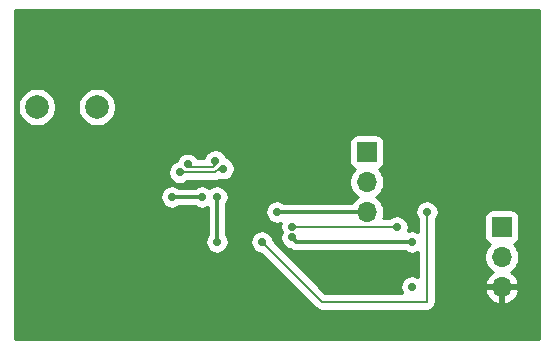
<source format=gbl>
G04 #@! TF.GenerationSoftware,KiCad,Pcbnew,(5.1.10)-1*
G04 #@! TF.CreationDate,2021-12-17T22:33:09-07:00*
G04 #@! TF.ProjectId,ultimate-uart-bridge,756c7469-6d61-4746-952d-756172742d62,rev?*
G04 #@! TF.SameCoordinates,Original*
G04 #@! TF.FileFunction,Copper,L2,Bot*
G04 #@! TF.FilePolarity,Positive*
%FSLAX46Y46*%
G04 Gerber Fmt 4.6, Leading zero omitted, Abs format (unit mm)*
G04 Created by KiCad (PCBNEW (5.1.10)-1) date 2021-12-17 22:33:09*
%MOMM*%
%LPD*%
G01*
G04 APERTURE LIST*
G04 #@! TA.AperFunction,ComponentPad*
%ADD10C,2.000000*%
G04 #@! TD*
G04 #@! TA.AperFunction,ComponentPad*
%ADD11O,1.700000X1.700000*%
G04 #@! TD*
G04 #@! TA.AperFunction,ComponentPad*
%ADD12R,1.700000X1.700000*%
G04 #@! TD*
G04 #@! TA.AperFunction,ViaPad*
%ADD13C,0.700000*%
G04 #@! TD*
G04 #@! TA.AperFunction,Conductor*
%ADD14C,0.300000*%
G04 #@! TD*
G04 #@! TA.AperFunction,Conductor*
%ADD15C,0.200000*%
G04 #@! TD*
G04 #@! TA.AperFunction,Conductor*
%ADD16C,0.254000*%
G04 #@! TD*
G04 #@! TA.AperFunction,Conductor*
%ADD17C,0.100000*%
G04 #@! TD*
G04 APERTURE END LIST*
D10*
X109220000Y-82550000D03*
X104140000Y-82550000D03*
D11*
X143510000Y-97790000D03*
X143510000Y-95250000D03*
D12*
X143510000Y-92710000D03*
D11*
X132080000Y-91440000D03*
X132080000Y-88900000D03*
D12*
X132080000Y-86360000D03*
D13*
X128270000Y-90170000D03*
X104140000Y-76200000D03*
X109220000Y-76200000D03*
X121920000Y-76200000D03*
X127000000Y-76200000D03*
X114300000Y-76200000D03*
X146050000Y-76200000D03*
X143510000Y-76200000D03*
X130810000Y-76200000D03*
X125730000Y-87630000D03*
X128270000Y-87630000D03*
X132080000Y-82550000D03*
X124460000Y-81280000D03*
X119380000Y-78740000D03*
X118110000Y-81280000D03*
X116840000Y-82550000D03*
X120650000Y-81280000D03*
X109220000Y-80010000D03*
X106680000Y-82550000D03*
X110490000Y-85090000D03*
X118110000Y-92710000D03*
X124460000Y-87630000D03*
X135890000Y-95250000D03*
X138662500Y-96287500D03*
X142240000Y-88900000D03*
X144780000Y-85090000D03*
X142240000Y-81280000D03*
X135890000Y-76200000D03*
X129540000Y-87630000D03*
X129540000Y-100330000D03*
X123190000Y-100330000D03*
X109220000Y-100330000D03*
X119380000Y-90170000D03*
X119380000Y-93980000D03*
X124460000Y-91440000D03*
X135890000Y-97790000D03*
X137160000Y-91440000D03*
X123190000Y-93980000D03*
X134620000Y-92710000D03*
X125730000Y-92697497D03*
X125730000Y-93597500D03*
X135890000Y-93980000D03*
X135890000Y-93980000D03*
X115570000Y-90170000D03*
X118110000Y-90170000D03*
X116909716Y-87419666D03*
X119239975Y-87098273D03*
X116237964Y-88091418D03*
X119911727Y-87770025D03*
D14*
X119380000Y-90170000D02*
X119380000Y-93980000D01*
X124460000Y-91440000D02*
X132080000Y-91440000D01*
D15*
X137160000Y-91440000D02*
X137160000Y-99060000D01*
X137160000Y-99060000D02*
X128270000Y-99060000D01*
X128270000Y-99060000D02*
X123190000Y-93980000D01*
X125742503Y-92710000D02*
X125730000Y-92697497D01*
X134620000Y-92710000D02*
X125742503Y-92710000D01*
D14*
X125730000Y-93597500D02*
X126112500Y-93980000D01*
X134620000Y-93980000D02*
X135890000Y-93980000D01*
X126112500Y-93980000D02*
X134620000Y-93980000D01*
X115570000Y-90170000D02*
X118110000Y-90170000D01*
D15*
X119050383Y-87641418D02*
X119239975Y-87451826D01*
X117131468Y-87641418D02*
X119050383Y-87641418D01*
X119239975Y-87451826D02*
X119239975Y-87098273D01*
X116909716Y-87419666D02*
X117131468Y-87641418D01*
X119236781Y-88091418D02*
X119558174Y-87770025D01*
X119558174Y-87770025D02*
X119911727Y-87770025D01*
X116237964Y-88091418D02*
X119236781Y-88091418D01*
D16*
X146660000Y-102210000D02*
X102260000Y-102210000D01*
X102260000Y-90072986D01*
X114585000Y-90072986D01*
X114585000Y-90267014D01*
X114622853Y-90457314D01*
X114697104Y-90636572D01*
X114804901Y-90797901D01*
X114942099Y-90935099D01*
X115103428Y-91042896D01*
X115282686Y-91117147D01*
X115472986Y-91155000D01*
X115667014Y-91155000D01*
X115857314Y-91117147D01*
X116036572Y-91042896D01*
X116168117Y-90955000D01*
X117511883Y-90955000D01*
X117643428Y-91042896D01*
X117822686Y-91117147D01*
X118012986Y-91155000D01*
X118207014Y-91155000D01*
X118397314Y-91117147D01*
X118576572Y-91042896D01*
X118595000Y-91030583D01*
X118595001Y-93381882D01*
X118507104Y-93513428D01*
X118432853Y-93692686D01*
X118395000Y-93882986D01*
X118395000Y-94077014D01*
X118432853Y-94267314D01*
X118507104Y-94446572D01*
X118614901Y-94607901D01*
X118752099Y-94745099D01*
X118913428Y-94852896D01*
X119092686Y-94927147D01*
X119282986Y-94965000D01*
X119477014Y-94965000D01*
X119667314Y-94927147D01*
X119846572Y-94852896D01*
X120007901Y-94745099D01*
X120145099Y-94607901D01*
X120252896Y-94446572D01*
X120327147Y-94267314D01*
X120365000Y-94077014D01*
X120365000Y-93882986D01*
X122205000Y-93882986D01*
X122205000Y-94077014D01*
X122242853Y-94267314D01*
X122317104Y-94446572D01*
X122424901Y-94607901D01*
X122562099Y-94745099D01*
X122723428Y-94852896D01*
X122902686Y-94927147D01*
X123092986Y-94965000D01*
X123135554Y-94965000D01*
X127724746Y-99554193D01*
X127747762Y-99582238D01*
X127859680Y-99674087D01*
X127987367Y-99742337D01*
X128125915Y-99784365D01*
X128270000Y-99798556D01*
X128306105Y-99795000D01*
X137123895Y-99795000D01*
X137160000Y-99798556D01*
X137196105Y-99795000D01*
X137304085Y-99784365D01*
X137442633Y-99742337D01*
X137570320Y-99674087D01*
X137682238Y-99582238D01*
X137774087Y-99470320D01*
X137842337Y-99342633D01*
X137884365Y-99204085D01*
X137898556Y-99060000D01*
X137895000Y-99023895D01*
X137895000Y-98146890D01*
X142068524Y-98146890D01*
X142113175Y-98294099D01*
X142238359Y-98556920D01*
X142412412Y-98790269D01*
X142628645Y-98985178D01*
X142878748Y-99134157D01*
X143153109Y-99231481D01*
X143383000Y-99110814D01*
X143383000Y-97917000D01*
X143637000Y-97917000D01*
X143637000Y-99110814D01*
X143866891Y-99231481D01*
X144141252Y-99134157D01*
X144391355Y-98985178D01*
X144607588Y-98790269D01*
X144781641Y-98556920D01*
X144906825Y-98294099D01*
X144951476Y-98146890D01*
X144830155Y-97917000D01*
X143637000Y-97917000D01*
X143383000Y-97917000D01*
X142189845Y-97917000D01*
X142068524Y-98146890D01*
X137895000Y-98146890D01*
X137895000Y-92098000D01*
X137925099Y-92067901D01*
X138032896Y-91906572D01*
X138052186Y-91860000D01*
X142021928Y-91860000D01*
X142021928Y-93560000D01*
X142034188Y-93684482D01*
X142070498Y-93804180D01*
X142129463Y-93914494D01*
X142208815Y-94011185D01*
X142305506Y-94090537D01*
X142415820Y-94149502D01*
X142488380Y-94171513D01*
X142356525Y-94303368D01*
X142194010Y-94546589D01*
X142082068Y-94816842D01*
X142025000Y-95103740D01*
X142025000Y-95396260D01*
X142082068Y-95683158D01*
X142194010Y-95953411D01*
X142356525Y-96196632D01*
X142563368Y-96403475D01*
X142745534Y-96525195D01*
X142628645Y-96594822D01*
X142412412Y-96789731D01*
X142238359Y-97023080D01*
X142113175Y-97285901D01*
X142068524Y-97433110D01*
X142189845Y-97663000D01*
X143383000Y-97663000D01*
X143383000Y-97643000D01*
X143637000Y-97643000D01*
X143637000Y-97663000D01*
X144830155Y-97663000D01*
X144951476Y-97433110D01*
X144906825Y-97285901D01*
X144781641Y-97023080D01*
X144607588Y-96789731D01*
X144391355Y-96594822D01*
X144274466Y-96525195D01*
X144456632Y-96403475D01*
X144663475Y-96196632D01*
X144825990Y-95953411D01*
X144937932Y-95683158D01*
X144995000Y-95396260D01*
X144995000Y-95103740D01*
X144937932Y-94816842D01*
X144825990Y-94546589D01*
X144663475Y-94303368D01*
X144531620Y-94171513D01*
X144604180Y-94149502D01*
X144714494Y-94090537D01*
X144811185Y-94011185D01*
X144890537Y-93914494D01*
X144949502Y-93804180D01*
X144985812Y-93684482D01*
X144998072Y-93560000D01*
X144998072Y-91860000D01*
X144985812Y-91735518D01*
X144949502Y-91615820D01*
X144890537Y-91505506D01*
X144811185Y-91408815D01*
X144714494Y-91329463D01*
X144604180Y-91270498D01*
X144484482Y-91234188D01*
X144360000Y-91221928D01*
X142660000Y-91221928D01*
X142535518Y-91234188D01*
X142415820Y-91270498D01*
X142305506Y-91329463D01*
X142208815Y-91408815D01*
X142129463Y-91505506D01*
X142070498Y-91615820D01*
X142034188Y-91735518D01*
X142021928Y-91860000D01*
X138052186Y-91860000D01*
X138107147Y-91727314D01*
X138145000Y-91537014D01*
X138145000Y-91342986D01*
X138107147Y-91152686D01*
X138032896Y-90973428D01*
X137925099Y-90812099D01*
X137787901Y-90674901D01*
X137626572Y-90567104D01*
X137447314Y-90492853D01*
X137257014Y-90455000D01*
X137062986Y-90455000D01*
X136872686Y-90492853D01*
X136693428Y-90567104D01*
X136532099Y-90674901D01*
X136394901Y-90812099D01*
X136287104Y-90973428D01*
X136212853Y-91152686D01*
X136175000Y-91342986D01*
X136175000Y-91537014D01*
X136212853Y-91727314D01*
X136287104Y-91906572D01*
X136394901Y-92067901D01*
X136425000Y-92098000D01*
X136425000Y-93152826D01*
X136356572Y-93107104D01*
X136177314Y-93032853D01*
X135987014Y-92995000D01*
X135792986Y-92995000D01*
X135602686Y-93032853D01*
X135542017Y-93057983D01*
X135567147Y-92997314D01*
X135605000Y-92807014D01*
X135605000Y-92612986D01*
X135567147Y-92422686D01*
X135492896Y-92243428D01*
X135385099Y-92082099D01*
X135247901Y-91944901D01*
X135086572Y-91837104D01*
X134907314Y-91762853D01*
X134717014Y-91725000D01*
X134522986Y-91725000D01*
X134332686Y-91762853D01*
X134153428Y-91837104D01*
X133992099Y-91944901D01*
X133962000Y-91975000D01*
X133465748Y-91975000D01*
X133507932Y-91873158D01*
X133565000Y-91586260D01*
X133565000Y-91293740D01*
X133507932Y-91006842D01*
X133395990Y-90736589D01*
X133233475Y-90493368D01*
X133026632Y-90286525D01*
X132852240Y-90170000D01*
X133026632Y-90053475D01*
X133233475Y-89846632D01*
X133395990Y-89603411D01*
X133507932Y-89333158D01*
X133565000Y-89046260D01*
X133565000Y-88753740D01*
X133507932Y-88466842D01*
X133395990Y-88196589D01*
X133233475Y-87953368D01*
X133101620Y-87821513D01*
X133174180Y-87799502D01*
X133284494Y-87740537D01*
X133381185Y-87661185D01*
X133460537Y-87564494D01*
X133519502Y-87454180D01*
X133555812Y-87334482D01*
X133568072Y-87210000D01*
X133568072Y-85510000D01*
X133555812Y-85385518D01*
X133519502Y-85265820D01*
X133460537Y-85155506D01*
X133381185Y-85058815D01*
X133284494Y-84979463D01*
X133174180Y-84920498D01*
X133054482Y-84884188D01*
X132930000Y-84871928D01*
X131230000Y-84871928D01*
X131105518Y-84884188D01*
X130985820Y-84920498D01*
X130875506Y-84979463D01*
X130778815Y-85058815D01*
X130699463Y-85155506D01*
X130640498Y-85265820D01*
X130604188Y-85385518D01*
X130591928Y-85510000D01*
X130591928Y-87210000D01*
X130604188Y-87334482D01*
X130640498Y-87454180D01*
X130699463Y-87564494D01*
X130778815Y-87661185D01*
X130875506Y-87740537D01*
X130985820Y-87799502D01*
X131058380Y-87821513D01*
X130926525Y-87953368D01*
X130764010Y-88196589D01*
X130652068Y-88466842D01*
X130595000Y-88753740D01*
X130595000Y-89046260D01*
X130652068Y-89333158D01*
X130764010Y-89603411D01*
X130926525Y-89846632D01*
X131133368Y-90053475D01*
X131307760Y-90170000D01*
X131133368Y-90286525D01*
X130926525Y-90493368D01*
X130818526Y-90655000D01*
X125058117Y-90655000D01*
X124926572Y-90567104D01*
X124747314Y-90492853D01*
X124557014Y-90455000D01*
X124362986Y-90455000D01*
X124172686Y-90492853D01*
X123993428Y-90567104D01*
X123832099Y-90674901D01*
X123694901Y-90812099D01*
X123587104Y-90973428D01*
X123512853Y-91152686D01*
X123475000Y-91342986D01*
X123475000Y-91537014D01*
X123512853Y-91727314D01*
X123587104Y-91906572D01*
X123694901Y-92067901D01*
X123832099Y-92205099D01*
X123993428Y-92312896D01*
X124172686Y-92387147D01*
X124362986Y-92425000D01*
X124557014Y-92425000D01*
X124747314Y-92387147D01*
X124801731Y-92364607D01*
X124782853Y-92410183D01*
X124745000Y-92600483D01*
X124745000Y-92794511D01*
X124782853Y-92984811D01*
X124850240Y-93147499D01*
X124782853Y-93310186D01*
X124745000Y-93500486D01*
X124745000Y-93694514D01*
X124782853Y-93884814D01*
X124857104Y-94064072D01*
X124964901Y-94225401D01*
X125102099Y-94362599D01*
X125263428Y-94470396D01*
X125442686Y-94544647D01*
X125601652Y-94576267D01*
X125674267Y-94635862D01*
X125810640Y-94708754D01*
X125958613Y-94753642D01*
X126033526Y-94761020D01*
X126073939Y-94765000D01*
X126073944Y-94765000D01*
X126112500Y-94768797D01*
X126151056Y-94765000D01*
X135291883Y-94765000D01*
X135423428Y-94852896D01*
X135602686Y-94927147D01*
X135792986Y-94965000D01*
X135987014Y-94965000D01*
X136177314Y-94927147D01*
X136356572Y-94852896D01*
X136425000Y-94807173D01*
X136425001Y-96962827D01*
X136356572Y-96917104D01*
X136177314Y-96842853D01*
X135987014Y-96805000D01*
X135792986Y-96805000D01*
X135602686Y-96842853D01*
X135423428Y-96917104D01*
X135262099Y-97024901D01*
X135124901Y-97162099D01*
X135017104Y-97323428D01*
X134942853Y-97502686D01*
X134905000Y-97692986D01*
X134905000Y-97887014D01*
X134942853Y-98077314D01*
X135017104Y-98256572D01*
X135062826Y-98325000D01*
X128574447Y-98325000D01*
X124175000Y-93925554D01*
X124175000Y-93882986D01*
X124137147Y-93692686D01*
X124062896Y-93513428D01*
X123955099Y-93352099D01*
X123817901Y-93214901D01*
X123656572Y-93107104D01*
X123477314Y-93032853D01*
X123287014Y-92995000D01*
X123092986Y-92995000D01*
X122902686Y-93032853D01*
X122723428Y-93107104D01*
X122562099Y-93214901D01*
X122424901Y-93352099D01*
X122317104Y-93513428D01*
X122242853Y-93692686D01*
X122205000Y-93882986D01*
X120365000Y-93882986D01*
X120327147Y-93692686D01*
X120252896Y-93513428D01*
X120165000Y-93381883D01*
X120165000Y-90768117D01*
X120252896Y-90636572D01*
X120327147Y-90457314D01*
X120365000Y-90267014D01*
X120365000Y-90072986D01*
X120327147Y-89882686D01*
X120252896Y-89703428D01*
X120145099Y-89542099D01*
X120007901Y-89404901D01*
X119846572Y-89297104D01*
X119667314Y-89222853D01*
X119477014Y-89185000D01*
X119282986Y-89185000D01*
X119092686Y-89222853D01*
X118913428Y-89297104D01*
X118752099Y-89404901D01*
X118745000Y-89412000D01*
X118737901Y-89404901D01*
X118576572Y-89297104D01*
X118397314Y-89222853D01*
X118207014Y-89185000D01*
X118012986Y-89185000D01*
X117822686Y-89222853D01*
X117643428Y-89297104D01*
X117511883Y-89385000D01*
X116168117Y-89385000D01*
X116036572Y-89297104D01*
X115857314Y-89222853D01*
X115667014Y-89185000D01*
X115472986Y-89185000D01*
X115282686Y-89222853D01*
X115103428Y-89297104D01*
X114942099Y-89404901D01*
X114804901Y-89542099D01*
X114697104Y-89703428D01*
X114622853Y-89882686D01*
X114585000Y-90072986D01*
X102260000Y-90072986D01*
X102260000Y-87994404D01*
X115252964Y-87994404D01*
X115252964Y-88188432D01*
X115290817Y-88378732D01*
X115365068Y-88557990D01*
X115472865Y-88719319D01*
X115610063Y-88856517D01*
X115771392Y-88964314D01*
X115950650Y-89038565D01*
X116140950Y-89076418D01*
X116334978Y-89076418D01*
X116525278Y-89038565D01*
X116704536Y-88964314D01*
X116865865Y-88856517D01*
X116895964Y-88826418D01*
X119200676Y-88826418D01*
X119236781Y-88829974D01*
X119272886Y-88826418D01*
X119380866Y-88815783D01*
X119519414Y-88773755D01*
X119625040Y-88717297D01*
X119814713Y-88755025D01*
X120008741Y-88755025D01*
X120199041Y-88717172D01*
X120378299Y-88642921D01*
X120539628Y-88535124D01*
X120676826Y-88397926D01*
X120784623Y-88236597D01*
X120858874Y-88057339D01*
X120896727Y-87867039D01*
X120896727Y-87673011D01*
X120858874Y-87482711D01*
X120784623Y-87303453D01*
X120676826Y-87142124D01*
X120539628Y-87004926D01*
X120378299Y-86897129D01*
X120199041Y-86822878D01*
X120189099Y-86820901D01*
X120187122Y-86810959D01*
X120112871Y-86631701D01*
X120005074Y-86470372D01*
X119867876Y-86333174D01*
X119706547Y-86225377D01*
X119527289Y-86151126D01*
X119336989Y-86113273D01*
X119142961Y-86113273D01*
X118952661Y-86151126D01*
X118773403Y-86225377D01*
X118612074Y-86333174D01*
X118474876Y-86470372D01*
X118367079Y-86631701D01*
X118292828Y-86810959D01*
X118273840Y-86906418D01*
X117751424Y-86906418D01*
X117674815Y-86791765D01*
X117537617Y-86654567D01*
X117376288Y-86546770D01*
X117197030Y-86472519D01*
X117006730Y-86434666D01*
X116812702Y-86434666D01*
X116622402Y-86472519D01*
X116443144Y-86546770D01*
X116281815Y-86654567D01*
X116144617Y-86791765D01*
X116036820Y-86953094D01*
X115962569Y-87132352D01*
X115960592Y-87142294D01*
X115950650Y-87144271D01*
X115771392Y-87218522D01*
X115610063Y-87326319D01*
X115472865Y-87463517D01*
X115365068Y-87624846D01*
X115290817Y-87804104D01*
X115252964Y-87994404D01*
X102260000Y-87994404D01*
X102260000Y-82388967D01*
X102505000Y-82388967D01*
X102505000Y-82711033D01*
X102567832Y-83026912D01*
X102691082Y-83324463D01*
X102870013Y-83592252D01*
X103097748Y-83819987D01*
X103365537Y-83998918D01*
X103663088Y-84122168D01*
X103978967Y-84185000D01*
X104301033Y-84185000D01*
X104616912Y-84122168D01*
X104914463Y-83998918D01*
X105182252Y-83819987D01*
X105409987Y-83592252D01*
X105588918Y-83324463D01*
X105712168Y-83026912D01*
X105775000Y-82711033D01*
X105775000Y-82388967D01*
X107585000Y-82388967D01*
X107585000Y-82711033D01*
X107647832Y-83026912D01*
X107771082Y-83324463D01*
X107950013Y-83592252D01*
X108177748Y-83819987D01*
X108445537Y-83998918D01*
X108743088Y-84122168D01*
X109058967Y-84185000D01*
X109381033Y-84185000D01*
X109696912Y-84122168D01*
X109994463Y-83998918D01*
X110262252Y-83819987D01*
X110489987Y-83592252D01*
X110668918Y-83324463D01*
X110792168Y-83026912D01*
X110855000Y-82711033D01*
X110855000Y-82388967D01*
X110792168Y-82073088D01*
X110668918Y-81775537D01*
X110489987Y-81507748D01*
X110262252Y-81280013D01*
X109994463Y-81101082D01*
X109696912Y-80977832D01*
X109381033Y-80915000D01*
X109058967Y-80915000D01*
X108743088Y-80977832D01*
X108445537Y-81101082D01*
X108177748Y-81280013D01*
X107950013Y-81507748D01*
X107771082Y-81775537D01*
X107647832Y-82073088D01*
X107585000Y-82388967D01*
X105775000Y-82388967D01*
X105712168Y-82073088D01*
X105588918Y-81775537D01*
X105409987Y-81507748D01*
X105182252Y-81280013D01*
X104914463Y-81101082D01*
X104616912Y-80977832D01*
X104301033Y-80915000D01*
X103978967Y-80915000D01*
X103663088Y-80977832D01*
X103365537Y-81101082D01*
X103097748Y-81280013D01*
X102870013Y-81507748D01*
X102691082Y-81775537D01*
X102567832Y-82073088D01*
X102505000Y-82388967D01*
X102260000Y-82388967D01*
X102260000Y-74320000D01*
X146660001Y-74320000D01*
X146660000Y-102210000D01*
G04 #@! TA.AperFunction,Conductor*
D17*
G36*
X146660000Y-102210000D02*
G01*
X102260000Y-102210000D01*
X102260000Y-90072986D01*
X114585000Y-90072986D01*
X114585000Y-90267014D01*
X114622853Y-90457314D01*
X114697104Y-90636572D01*
X114804901Y-90797901D01*
X114942099Y-90935099D01*
X115103428Y-91042896D01*
X115282686Y-91117147D01*
X115472986Y-91155000D01*
X115667014Y-91155000D01*
X115857314Y-91117147D01*
X116036572Y-91042896D01*
X116168117Y-90955000D01*
X117511883Y-90955000D01*
X117643428Y-91042896D01*
X117822686Y-91117147D01*
X118012986Y-91155000D01*
X118207014Y-91155000D01*
X118397314Y-91117147D01*
X118576572Y-91042896D01*
X118595000Y-91030583D01*
X118595001Y-93381882D01*
X118507104Y-93513428D01*
X118432853Y-93692686D01*
X118395000Y-93882986D01*
X118395000Y-94077014D01*
X118432853Y-94267314D01*
X118507104Y-94446572D01*
X118614901Y-94607901D01*
X118752099Y-94745099D01*
X118913428Y-94852896D01*
X119092686Y-94927147D01*
X119282986Y-94965000D01*
X119477014Y-94965000D01*
X119667314Y-94927147D01*
X119846572Y-94852896D01*
X120007901Y-94745099D01*
X120145099Y-94607901D01*
X120252896Y-94446572D01*
X120327147Y-94267314D01*
X120365000Y-94077014D01*
X120365000Y-93882986D01*
X122205000Y-93882986D01*
X122205000Y-94077014D01*
X122242853Y-94267314D01*
X122317104Y-94446572D01*
X122424901Y-94607901D01*
X122562099Y-94745099D01*
X122723428Y-94852896D01*
X122902686Y-94927147D01*
X123092986Y-94965000D01*
X123135554Y-94965000D01*
X127724746Y-99554193D01*
X127747762Y-99582238D01*
X127859680Y-99674087D01*
X127987367Y-99742337D01*
X128125915Y-99784365D01*
X128270000Y-99798556D01*
X128306105Y-99795000D01*
X137123895Y-99795000D01*
X137160000Y-99798556D01*
X137196105Y-99795000D01*
X137304085Y-99784365D01*
X137442633Y-99742337D01*
X137570320Y-99674087D01*
X137682238Y-99582238D01*
X137774087Y-99470320D01*
X137842337Y-99342633D01*
X137884365Y-99204085D01*
X137898556Y-99060000D01*
X137895000Y-99023895D01*
X137895000Y-98146890D01*
X142068524Y-98146890D01*
X142113175Y-98294099D01*
X142238359Y-98556920D01*
X142412412Y-98790269D01*
X142628645Y-98985178D01*
X142878748Y-99134157D01*
X143153109Y-99231481D01*
X143383000Y-99110814D01*
X143383000Y-97917000D01*
X143637000Y-97917000D01*
X143637000Y-99110814D01*
X143866891Y-99231481D01*
X144141252Y-99134157D01*
X144391355Y-98985178D01*
X144607588Y-98790269D01*
X144781641Y-98556920D01*
X144906825Y-98294099D01*
X144951476Y-98146890D01*
X144830155Y-97917000D01*
X143637000Y-97917000D01*
X143383000Y-97917000D01*
X142189845Y-97917000D01*
X142068524Y-98146890D01*
X137895000Y-98146890D01*
X137895000Y-92098000D01*
X137925099Y-92067901D01*
X138032896Y-91906572D01*
X138052186Y-91860000D01*
X142021928Y-91860000D01*
X142021928Y-93560000D01*
X142034188Y-93684482D01*
X142070498Y-93804180D01*
X142129463Y-93914494D01*
X142208815Y-94011185D01*
X142305506Y-94090537D01*
X142415820Y-94149502D01*
X142488380Y-94171513D01*
X142356525Y-94303368D01*
X142194010Y-94546589D01*
X142082068Y-94816842D01*
X142025000Y-95103740D01*
X142025000Y-95396260D01*
X142082068Y-95683158D01*
X142194010Y-95953411D01*
X142356525Y-96196632D01*
X142563368Y-96403475D01*
X142745534Y-96525195D01*
X142628645Y-96594822D01*
X142412412Y-96789731D01*
X142238359Y-97023080D01*
X142113175Y-97285901D01*
X142068524Y-97433110D01*
X142189845Y-97663000D01*
X143383000Y-97663000D01*
X143383000Y-97643000D01*
X143637000Y-97643000D01*
X143637000Y-97663000D01*
X144830155Y-97663000D01*
X144951476Y-97433110D01*
X144906825Y-97285901D01*
X144781641Y-97023080D01*
X144607588Y-96789731D01*
X144391355Y-96594822D01*
X144274466Y-96525195D01*
X144456632Y-96403475D01*
X144663475Y-96196632D01*
X144825990Y-95953411D01*
X144937932Y-95683158D01*
X144995000Y-95396260D01*
X144995000Y-95103740D01*
X144937932Y-94816842D01*
X144825990Y-94546589D01*
X144663475Y-94303368D01*
X144531620Y-94171513D01*
X144604180Y-94149502D01*
X144714494Y-94090537D01*
X144811185Y-94011185D01*
X144890537Y-93914494D01*
X144949502Y-93804180D01*
X144985812Y-93684482D01*
X144998072Y-93560000D01*
X144998072Y-91860000D01*
X144985812Y-91735518D01*
X144949502Y-91615820D01*
X144890537Y-91505506D01*
X144811185Y-91408815D01*
X144714494Y-91329463D01*
X144604180Y-91270498D01*
X144484482Y-91234188D01*
X144360000Y-91221928D01*
X142660000Y-91221928D01*
X142535518Y-91234188D01*
X142415820Y-91270498D01*
X142305506Y-91329463D01*
X142208815Y-91408815D01*
X142129463Y-91505506D01*
X142070498Y-91615820D01*
X142034188Y-91735518D01*
X142021928Y-91860000D01*
X138052186Y-91860000D01*
X138107147Y-91727314D01*
X138145000Y-91537014D01*
X138145000Y-91342986D01*
X138107147Y-91152686D01*
X138032896Y-90973428D01*
X137925099Y-90812099D01*
X137787901Y-90674901D01*
X137626572Y-90567104D01*
X137447314Y-90492853D01*
X137257014Y-90455000D01*
X137062986Y-90455000D01*
X136872686Y-90492853D01*
X136693428Y-90567104D01*
X136532099Y-90674901D01*
X136394901Y-90812099D01*
X136287104Y-90973428D01*
X136212853Y-91152686D01*
X136175000Y-91342986D01*
X136175000Y-91537014D01*
X136212853Y-91727314D01*
X136287104Y-91906572D01*
X136394901Y-92067901D01*
X136425000Y-92098000D01*
X136425000Y-93152826D01*
X136356572Y-93107104D01*
X136177314Y-93032853D01*
X135987014Y-92995000D01*
X135792986Y-92995000D01*
X135602686Y-93032853D01*
X135542017Y-93057983D01*
X135567147Y-92997314D01*
X135605000Y-92807014D01*
X135605000Y-92612986D01*
X135567147Y-92422686D01*
X135492896Y-92243428D01*
X135385099Y-92082099D01*
X135247901Y-91944901D01*
X135086572Y-91837104D01*
X134907314Y-91762853D01*
X134717014Y-91725000D01*
X134522986Y-91725000D01*
X134332686Y-91762853D01*
X134153428Y-91837104D01*
X133992099Y-91944901D01*
X133962000Y-91975000D01*
X133465748Y-91975000D01*
X133507932Y-91873158D01*
X133565000Y-91586260D01*
X133565000Y-91293740D01*
X133507932Y-91006842D01*
X133395990Y-90736589D01*
X133233475Y-90493368D01*
X133026632Y-90286525D01*
X132852240Y-90170000D01*
X133026632Y-90053475D01*
X133233475Y-89846632D01*
X133395990Y-89603411D01*
X133507932Y-89333158D01*
X133565000Y-89046260D01*
X133565000Y-88753740D01*
X133507932Y-88466842D01*
X133395990Y-88196589D01*
X133233475Y-87953368D01*
X133101620Y-87821513D01*
X133174180Y-87799502D01*
X133284494Y-87740537D01*
X133381185Y-87661185D01*
X133460537Y-87564494D01*
X133519502Y-87454180D01*
X133555812Y-87334482D01*
X133568072Y-87210000D01*
X133568072Y-85510000D01*
X133555812Y-85385518D01*
X133519502Y-85265820D01*
X133460537Y-85155506D01*
X133381185Y-85058815D01*
X133284494Y-84979463D01*
X133174180Y-84920498D01*
X133054482Y-84884188D01*
X132930000Y-84871928D01*
X131230000Y-84871928D01*
X131105518Y-84884188D01*
X130985820Y-84920498D01*
X130875506Y-84979463D01*
X130778815Y-85058815D01*
X130699463Y-85155506D01*
X130640498Y-85265820D01*
X130604188Y-85385518D01*
X130591928Y-85510000D01*
X130591928Y-87210000D01*
X130604188Y-87334482D01*
X130640498Y-87454180D01*
X130699463Y-87564494D01*
X130778815Y-87661185D01*
X130875506Y-87740537D01*
X130985820Y-87799502D01*
X131058380Y-87821513D01*
X130926525Y-87953368D01*
X130764010Y-88196589D01*
X130652068Y-88466842D01*
X130595000Y-88753740D01*
X130595000Y-89046260D01*
X130652068Y-89333158D01*
X130764010Y-89603411D01*
X130926525Y-89846632D01*
X131133368Y-90053475D01*
X131307760Y-90170000D01*
X131133368Y-90286525D01*
X130926525Y-90493368D01*
X130818526Y-90655000D01*
X125058117Y-90655000D01*
X124926572Y-90567104D01*
X124747314Y-90492853D01*
X124557014Y-90455000D01*
X124362986Y-90455000D01*
X124172686Y-90492853D01*
X123993428Y-90567104D01*
X123832099Y-90674901D01*
X123694901Y-90812099D01*
X123587104Y-90973428D01*
X123512853Y-91152686D01*
X123475000Y-91342986D01*
X123475000Y-91537014D01*
X123512853Y-91727314D01*
X123587104Y-91906572D01*
X123694901Y-92067901D01*
X123832099Y-92205099D01*
X123993428Y-92312896D01*
X124172686Y-92387147D01*
X124362986Y-92425000D01*
X124557014Y-92425000D01*
X124747314Y-92387147D01*
X124801731Y-92364607D01*
X124782853Y-92410183D01*
X124745000Y-92600483D01*
X124745000Y-92794511D01*
X124782853Y-92984811D01*
X124850240Y-93147499D01*
X124782853Y-93310186D01*
X124745000Y-93500486D01*
X124745000Y-93694514D01*
X124782853Y-93884814D01*
X124857104Y-94064072D01*
X124964901Y-94225401D01*
X125102099Y-94362599D01*
X125263428Y-94470396D01*
X125442686Y-94544647D01*
X125601652Y-94576267D01*
X125674267Y-94635862D01*
X125810640Y-94708754D01*
X125958613Y-94753642D01*
X126033526Y-94761020D01*
X126073939Y-94765000D01*
X126073944Y-94765000D01*
X126112500Y-94768797D01*
X126151056Y-94765000D01*
X135291883Y-94765000D01*
X135423428Y-94852896D01*
X135602686Y-94927147D01*
X135792986Y-94965000D01*
X135987014Y-94965000D01*
X136177314Y-94927147D01*
X136356572Y-94852896D01*
X136425000Y-94807173D01*
X136425001Y-96962827D01*
X136356572Y-96917104D01*
X136177314Y-96842853D01*
X135987014Y-96805000D01*
X135792986Y-96805000D01*
X135602686Y-96842853D01*
X135423428Y-96917104D01*
X135262099Y-97024901D01*
X135124901Y-97162099D01*
X135017104Y-97323428D01*
X134942853Y-97502686D01*
X134905000Y-97692986D01*
X134905000Y-97887014D01*
X134942853Y-98077314D01*
X135017104Y-98256572D01*
X135062826Y-98325000D01*
X128574447Y-98325000D01*
X124175000Y-93925554D01*
X124175000Y-93882986D01*
X124137147Y-93692686D01*
X124062896Y-93513428D01*
X123955099Y-93352099D01*
X123817901Y-93214901D01*
X123656572Y-93107104D01*
X123477314Y-93032853D01*
X123287014Y-92995000D01*
X123092986Y-92995000D01*
X122902686Y-93032853D01*
X122723428Y-93107104D01*
X122562099Y-93214901D01*
X122424901Y-93352099D01*
X122317104Y-93513428D01*
X122242853Y-93692686D01*
X122205000Y-93882986D01*
X120365000Y-93882986D01*
X120327147Y-93692686D01*
X120252896Y-93513428D01*
X120165000Y-93381883D01*
X120165000Y-90768117D01*
X120252896Y-90636572D01*
X120327147Y-90457314D01*
X120365000Y-90267014D01*
X120365000Y-90072986D01*
X120327147Y-89882686D01*
X120252896Y-89703428D01*
X120145099Y-89542099D01*
X120007901Y-89404901D01*
X119846572Y-89297104D01*
X119667314Y-89222853D01*
X119477014Y-89185000D01*
X119282986Y-89185000D01*
X119092686Y-89222853D01*
X118913428Y-89297104D01*
X118752099Y-89404901D01*
X118745000Y-89412000D01*
X118737901Y-89404901D01*
X118576572Y-89297104D01*
X118397314Y-89222853D01*
X118207014Y-89185000D01*
X118012986Y-89185000D01*
X117822686Y-89222853D01*
X117643428Y-89297104D01*
X117511883Y-89385000D01*
X116168117Y-89385000D01*
X116036572Y-89297104D01*
X115857314Y-89222853D01*
X115667014Y-89185000D01*
X115472986Y-89185000D01*
X115282686Y-89222853D01*
X115103428Y-89297104D01*
X114942099Y-89404901D01*
X114804901Y-89542099D01*
X114697104Y-89703428D01*
X114622853Y-89882686D01*
X114585000Y-90072986D01*
X102260000Y-90072986D01*
X102260000Y-87994404D01*
X115252964Y-87994404D01*
X115252964Y-88188432D01*
X115290817Y-88378732D01*
X115365068Y-88557990D01*
X115472865Y-88719319D01*
X115610063Y-88856517D01*
X115771392Y-88964314D01*
X115950650Y-89038565D01*
X116140950Y-89076418D01*
X116334978Y-89076418D01*
X116525278Y-89038565D01*
X116704536Y-88964314D01*
X116865865Y-88856517D01*
X116895964Y-88826418D01*
X119200676Y-88826418D01*
X119236781Y-88829974D01*
X119272886Y-88826418D01*
X119380866Y-88815783D01*
X119519414Y-88773755D01*
X119625040Y-88717297D01*
X119814713Y-88755025D01*
X120008741Y-88755025D01*
X120199041Y-88717172D01*
X120378299Y-88642921D01*
X120539628Y-88535124D01*
X120676826Y-88397926D01*
X120784623Y-88236597D01*
X120858874Y-88057339D01*
X120896727Y-87867039D01*
X120896727Y-87673011D01*
X120858874Y-87482711D01*
X120784623Y-87303453D01*
X120676826Y-87142124D01*
X120539628Y-87004926D01*
X120378299Y-86897129D01*
X120199041Y-86822878D01*
X120189099Y-86820901D01*
X120187122Y-86810959D01*
X120112871Y-86631701D01*
X120005074Y-86470372D01*
X119867876Y-86333174D01*
X119706547Y-86225377D01*
X119527289Y-86151126D01*
X119336989Y-86113273D01*
X119142961Y-86113273D01*
X118952661Y-86151126D01*
X118773403Y-86225377D01*
X118612074Y-86333174D01*
X118474876Y-86470372D01*
X118367079Y-86631701D01*
X118292828Y-86810959D01*
X118273840Y-86906418D01*
X117751424Y-86906418D01*
X117674815Y-86791765D01*
X117537617Y-86654567D01*
X117376288Y-86546770D01*
X117197030Y-86472519D01*
X117006730Y-86434666D01*
X116812702Y-86434666D01*
X116622402Y-86472519D01*
X116443144Y-86546770D01*
X116281815Y-86654567D01*
X116144617Y-86791765D01*
X116036820Y-86953094D01*
X115962569Y-87132352D01*
X115960592Y-87142294D01*
X115950650Y-87144271D01*
X115771392Y-87218522D01*
X115610063Y-87326319D01*
X115472865Y-87463517D01*
X115365068Y-87624846D01*
X115290817Y-87804104D01*
X115252964Y-87994404D01*
X102260000Y-87994404D01*
X102260000Y-82388967D01*
X102505000Y-82388967D01*
X102505000Y-82711033D01*
X102567832Y-83026912D01*
X102691082Y-83324463D01*
X102870013Y-83592252D01*
X103097748Y-83819987D01*
X103365537Y-83998918D01*
X103663088Y-84122168D01*
X103978967Y-84185000D01*
X104301033Y-84185000D01*
X104616912Y-84122168D01*
X104914463Y-83998918D01*
X105182252Y-83819987D01*
X105409987Y-83592252D01*
X105588918Y-83324463D01*
X105712168Y-83026912D01*
X105775000Y-82711033D01*
X105775000Y-82388967D01*
X107585000Y-82388967D01*
X107585000Y-82711033D01*
X107647832Y-83026912D01*
X107771082Y-83324463D01*
X107950013Y-83592252D01*
X108177748Y-83819987D01*
X108445537Y-83998918D01*
X108743088Y-84122168D01*
X109058967Y-84185000D01*
X109381033Y-84185000D01*
X109696912Y-84122168D01*
X109994463Y-83998918D01*
X110262252Y-83819987D01*
X110489987Y-83592252D01*
X110668918Y-83324463D01*
X110792168Y-83026912D01*
X110855000Y-82711033D01*
X110855000Y-82388967D01*
X110792168Y-82073088D01*
X110668918Y-81775537D01*
X110489987Y-81507748D01*
X110262252Y-81280013D01*
X109994463Y-81101082D01*
X109696912Y-80977832D01*
X109381033Y-80915000D01*
X109058967Y-80915000D01*
X108743088Y-80977832D01*
X108445537Y-81101082D01*
X108177748Y-81280013D01*
X107950013Y-81507748D01*
X107771082Y-81775537D01*
X107647832Y-82073088D01*
X107585000Y-82388967D01*
X105775000Y-82388967D01*
X105712168Y-82073088D01*
X105588918Y-81775537D01*
X105409987Y-81507748D01*
X105182252Y-81280013D01*
X104914463Y-81101082D01*
X104616912Y-80977832D01*
X104301033Y-80915000D01*
X103978967Y-80915000D01*
X103663088Y-80977832D01*
X103365537Y-81101082D01*
X103097748Y-81280013D01*
X102870013Y-81507748D01*
X102691082Y-81775537D01*
X102567832Y-82073088D01*
X102505000Y-82388967D01*
X102260000Y-82388967D01*
X102260000Y-74320000D01*
X146660001Y-74320000D01*
X146660000Y-102210000D01*
G37*
G04 #@! TD.AperFunction*
M02*

</source>
